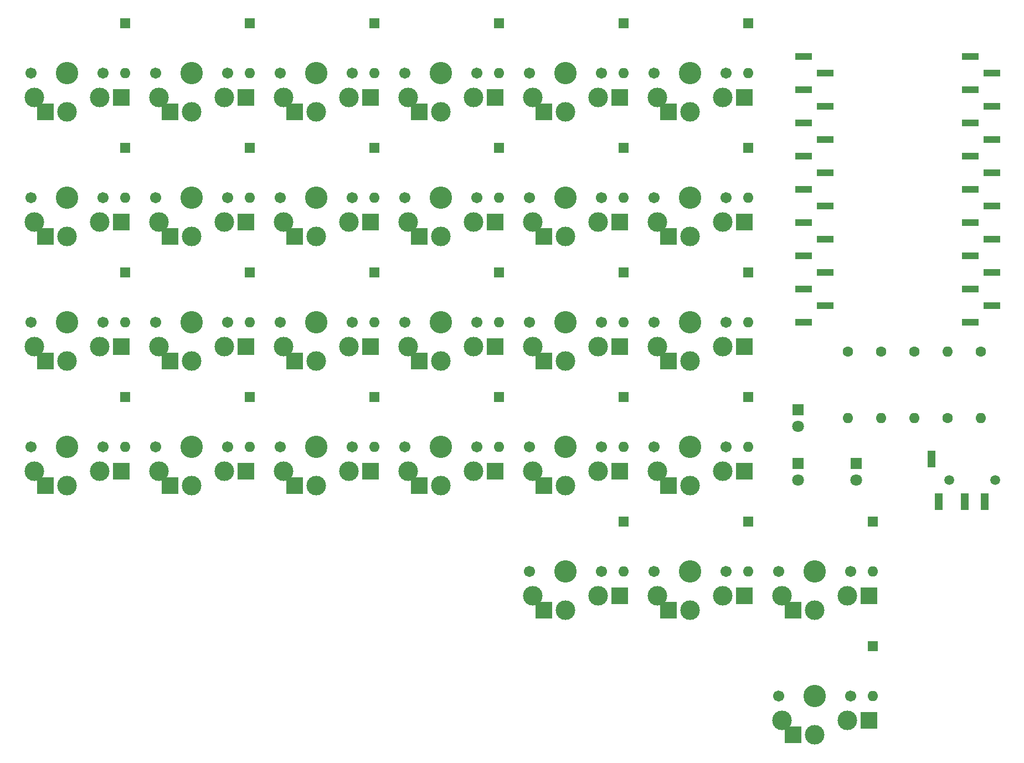
<source format=gbr>
%TF.GenerationSoftware,KiCad,Pcbnew,7.0.9*%
%TF.CreationDate,2024-11-16T13:28:32+01:00*%
%TF.ProjectId,ErgoBoard,4572676f-426f-4617-9264-2e6b69636164,rev?*%
%TF.SameCoordinates,Original*%
%TF.FileFunction,Soldermask,Top*%
%TF.FilePolarity,Negative*%
%FSLAX46Y46*%
G04 Gerber Fmt 4.6, Leading zero omitted, Abs format (unit mm)*
G04 Created by KiCad (PCBNEW 7.0.9) date 2024-11-16 13:28:32*
%MOMM*%
%LPD*%
G01*
G04 APERTURE LIST*
%ADD10C,1.600000*%
%ADD11O,1.600000X1.600000*%
%ADD12R,1.800000X1.800000*%
%ADD13C,1.800000*%
%ADD14C,1.500000*%
%ADD15R,1.200000X2.500000*%
%ADD16R,2.510000X1.000000*%
%ADD17R,1.600000X1.600000*%
%ADD18C,1.701800*%
%ADD19C,3.000000*%
%ADD20C,3.429000*%
%ADD21R,2.600000X2.600000*%
G04 APERTURE END LIST*
D10*
%TO.C,R4*%
X248920000Y-106045000D03*
D11*
X248920000Y-95885000D03*
%TD*%
%TO.C,R1*%
X233680000Y-106045000D03*
D10*
X233680000Y-95885000D03*
%TD*%
%TO.C,R5*%
X254000000Y-95885000D03*
D11*
X254000000Y-106045000D03*
%TD*%
D10*
%TO.C,R3*%
X243840000Y-95885000D03*
D11*
X243840000Y-106045000D03*
%TD*%
D10*
%TO.C,R2*%
X238760000Y-95885000D03*
D11*
X238760000Y-106045000D03*
%TD*%
D12*
%TO.C,LED3*%
X234950000Y-113030000D03*
D13*
X234950000Y-115570000D03*
%TD*%
D12*
%TO.C,LED2*%
X226060000Y-113030000D03*
D13*
X226060000Y-115570000D03*
%TD*%
D12*
%TO.C,LED1*%
X226060000Y-104775000D03*
D13*
X226060000Y-107315000D03*
%TD*%
D14*
%TO.C,JackR1*%
X249175000Y-115570000D03*
X256175000Y-115570000D03*
%TD*%
%TO.C,JackL1*%
X249175000Y-115570000D03*
X256175000Y-115570000D03*
D15*
X251575000Y-118820000D03*
X254575000Y-118820000D03*
X246475000Y-112320000D03*
X247575000Y-118820000D03*
%TD*%
D16*
%TO.C,GG12*%
X226915000Y-50800000D03*
X252375000Y-50800000D03*
X230225000Y-53340000D03*
X255685000Y-53340000D03*
X226915000Y-55880000D03*
X252375000Y-55880000D03*
X230225000Y-58420000D03*
X255685000Y-58420000D03*
X226915000Y-60960000D03*
X252375000Y-60960000D03*
X230225000Y-63500000D03*
X255685000Y-63500000D03*
X226915000Y-66040000D03*
X252375000Y-66040000D03*
X230225000Y-68580000D03*
X255685000Y-68580000D03*
X226915000Y-71120000D03*
X252375000Y-71120000D03*
X230225000Y-73660000D03*
X255685000Y-73660000D03*
X226915000Y-76200000D03*
X252375000Y-76200000D03*
X230225000Y-78740000D03*
X255685000Y-78740000D03*
X226915000Y-81280000D03*
X252375000Y-81280000D03*
X230225000Y-83820000D03*
X255685000Y-83820000D03*
X226915000Y-86360000D03*
X252375000Y-86360000D03*
X230225000Y-88900000D03*
X255685000Y-88900000D03*
X226915000Y-91440000D03*
X252375000Y-91440000D03*
%TD*%
D17*
%TO.C,D18*%
X218440000Y-83820000D03*
D11*
X218440000Y-91440000D03*
%TD*%
D17*
%TO.C,D16*%
X180340000Y-83820000D03*
D11*
X180340000Y-91440000D03*
%TD*%
D18*
%TO.C,SW19*%
X108800000Y-110490000D03*
D19*
X109300000Y-114240000D03*
D20*
X114300000Y-110490000D03*
D19*
X114300000Y-116440000D03*
X119300000Y-114240000D03*
D18*
X119800000Y-110490000D03*
D21*
X111025000Y-116440000D03*
X122575000Y-114240000D03*
%TD*%
D17*
%TO.C,D8*%
X142240000Y-64770000D03*
D11*
X142240000Y-72390000D03*
%TD*%
D18*
%TO.C,SW16*%
X165950000Y-91440000D03*
D19*
X166450000Y-95190000D03*
D20*
X171450000Y-91440000D03*
D19*
X171450000Y-97390000D03*
X176450000Y-95190000D03*
D18*
X176950000Y-91440000D03*
D21*
X168175000Y-97390000D03*
X179725000Y-95190000D03*
%TD*%
D17*
%TO.C,D11*%
X199390000Y-64770000D03*
D11*
X199390000Y-72390000D03*
%TD*%
D17*
%TO.C,D23*%
X199390000Y-102870000D03*
D11*
X199390000Y-110490000D03*
%TD*%
D17*
%TO.C,D15*%
X161290000Y-83820000D03*
D11*
X161290000Y-91440000D03*
%TD*%
D17*
%TO.C,D26*%
X218440000Y-121920000D03*
D11*
X218440000Y-129540000D03*
%TD*%
D17*
%TO.C,D21*%
X161290000Y-102870000D03*
D11*
X161290000Y-110490000D03*
%TD*%
D18*
%TO.C,SW2*%
X127850000Y-53340000D03*
D19*
X128350000Y-57090000D03*
D20*
X133350000Y-53340000D03*
D19*
X133350000Y-59290000D03*
X138350000Y-57090000D03*
D18*
X138850000Y-53340000D03*
D21*
X130075000Y-59290000D03*
X141625000Y-57090000D03*
%TD*%
D18*
%TO.C,SW25*%
X185000000Y-129540000D03*
D19*
X185500000Y-133290000D03*
D20*
X190500000Y-129540000D03*
D19*
X190500000Y-135490000D03*
X195500000Y-133290000D03*
D18*
X196000000Y-129540000D03*
D21*
X187225000Y-135490000D03*
X198775000Y-133290000D03*
%TD*%
D18*
%TO.C,SW5*%
X185000000Y-53340000D03*
D19*
X185500000Y-57090000D03*
D20*
X190500000Y-53340000D03*
D19*
X190500000Y-59290000D03*
X195500000Y-57090000D03*
D18*
X196000000Y-53340000D03*
D21*
X187225000Y-59290000D03*
X198775000Y-57090000D03*
%TD*%
D17*
%TO.C,D5*%
X199390000Y-45720000D03*
D11*
X199390000Y-53340000D03*
%TD*%
D18*
%TO.C,SW10*%
X165950000Y-72390000D03*
D19*
X166450000Y-76140000D03*
D20*
X171450000Y-72390000D03*
D19*
X171450000Y-78340000D03*
X176450000Y-76140000D03*
D18*
X176950000Y-72390000D03*
D21*
X168175000Y-78340000D03*
X179725000Y-76140000D03*
%TD*%
D18*
%TO.C,SW12*%
X204050000Y-72390000D03*
D19*
X204550000Y-76140000D03*
D20*
X209550000Y-72390000D03*
D19*
X209550000Y-78340000D03*
X214550000Y-76140000D03*
D18*
X215050000Y-72390000D03*
D21*
X206275000Y-78340000D03*
X217825000Y-76140000D03*
%TD*%
D17*
%TO.C,D28*%
X237490000Y-140970000D03*
D11*
X237490000Y-148590000D03*
%TD*%
D18*
%TO.C,SW3*%
X146900000Y-53340000D03*
D19*
X147400000Y-57090000D03*
D20*
X152400000Y-53340000D03*
D19*
X152400000Y-59290000D03*
X157400000Y-57090000D03*
D18*
X157900000Y-53340000D03*
D21*
X149125000Y-59290000D03*
X160675000Y-57090000D03*
%TD*%
D18*
%TO.C,SW24*%
X204050000Y-110490000D03*
D19*
X204550000Y-114240000D03*
D20*
X209550000Y-110490000D03*
D19*
X209550000Y-116440000D03*
X214550000Y-114240000D03*
D18*
X215050000Y-110490000D03*
D21*
X206275000Y-116440000D03*
X217825000Y-114240000D03*
%TD*%
D17*
%TO.C,D27*%
X237490000Y-121920000D03*
D11*
X237490000Y-129540000D03*
%TD*%
D18*
%TO.C,SW4*%
X165950000Y-53340000D03*
D19*
X166450000Y-57090000D03*
D20*
X171450000Y-53340000D03*
D19*
X171450000Y-59290000D03*
X176450000Y-57090000D03*
D18*
X176950000Y-53340000D03*
D21*
X168175000Y-59290000D03*
X179725000Y-57090000D03*
%TD*%
D18*
%TO.C,SW7*%
X108800000Y-72390000D03*
D19*
X109300000Y-76140000D03*
D20*
X114300000Y-72390000D03*
D19*
X114300000Y-78340000D03*
X119300000Y-76140000D03*
D18*
X119800000Y-72390000D03*
D21*
X111025000Y-78340000D03*
X122575000Y-76140000D03*
%TD*%
D18*
%TO.C,SW23*%
X185000000Y-110490000D03*
D19*
X185500000Y-114240000D03*
D20*
X190500000Y-110490000D03*
D19*
X190500000Y-116440000D03*
X195500000Y-114240000D03*
D18*
X196000000Y-110490000D03*
D21*
X187225000Y-116440000D03*
X198775000Y-114240000D03*
%TD*%
D17*
%TO.C,D4*%
X180340000Y-45720000D03*
D11*
X180340000Y-53340000D03*
%TD*%
D17*
%TO.C,D22*%
X180340000Y-102870000D03*
D11*
X180340000Y-110490000D03*
%TD*%
D18*
%TO.C,SW18*%
X204050000Y-91440000D03*
D19*
X204550000Y-95190000D03*
D20*
X209550000Y-91440000D03*
D19*
X209550000Y-97390000D03*
X214550000Y-95190000D03*
D18*
X215050000Y-91440000D03*
D21*
X206275000Y-97390000D03*
X217825000Y-95190000D03*
%TD*%
D17*
%TO.C,D25*%
X199390000Y-121920000D03*
D11*
X199390000Y-129540000D03*
%TD*%
D17*
%TO.C,D7*%
X123190000Y-64770000D03*
D11*
X123190000Y-72390000D03*
%TD*%
D18*
%TO.C,SW9*%
X146900000Y-72390000D03*
D19*
X147400000Y-76140000D03*
D20*
X152400000Y-72390000D03*
D19*
X152400000Y-78340000D03*
X157400000Y-76140000D03*
D18*
X157900000Y-72390000D03*
D21*
X149125000Y-78340000D03*
X160675000Y-76140000D03*
%TD*%
D18*
%TO.C,SW21*%
X146900000Y-110490000D03*
D19*
X147400000Y-114240000D03*
D20*
X152400000Y-110490000D03*
D19*
X152400000Y-116440000D03*
X157400000Y-114240000D03*
D18*
X157900000Y-110490000D03*
D21*
X149125000Y-116440000D03*
X160675000Y-114240000D03*
%TD*%
D18*
%TO.C,SW11*%
X185000000Y-72390000D03*
D19*
X185500000Y-76140000D03*
D20*
X190500000Y-72390000D03*
D19*
X190500000Y-78340000D03*
X195500000Y-76140000D03*
D18*
X196000000Y-72390000D03*
D21*
X187225000Y-78340000D03*
X198775000Y-76140000D03*
%TD*%
D17*
%TO.C,D13*%
X123190000Y-83820000D03*
D11*
X123190000Y-91440000D03*
%TD*%
D18*
%TO.C,SW6*%
X204050000Y-53340000D03*
D19*
X204550000Y-57090000D03*
D20*
X209550000Y-53340000D03*
D19*
X209550000Y-59290000D03*
X214550000Y-57090000D03*
D18*
X215050000Y-53340000D03*
D21*
X206275000Y-59290000D03*
X217825000Y-57090000D03*
%TD*%
D17*
%TO.C,D17*%
X199390000Y-83820000D03*
D11*
X199390000Y-91440000D03*
%TD*%
D17*
%TO.C,D20*%
X142240000Y-102870000D03*
D11*
X142240000Y-110490000D03*
%TD*%
D17*
%TO.C,D1*%
X123190000Y-45720000D03*
D11*
X123190000Y-53340000D03*
%TD*%
D18*
%TO.C,SW15*%
X146900000Y-91440000D03*
D19*
X147400000Y-95190000D03*
D20*
X152400000Y-91440000D03*
D19*
X152400000Y-97390000D03*
X157400000Y-95190000D03*
D18*
X157900000Y-91440000D03*
D21*
X149125000Y-97390000D03*
X160675000Y-95190000D03*
%TD*%
D17*
%TO.C,D2*%
X142240000Y-45720000D03*
D11*
X142240000Y-53340000D03*
%TD*%
D18*
%TO.C,SW1*%
X108800000Y-53340000D03*
D19*
X109300000Y-57090000D03*
D20*
X114300000Y-53340000D03*
D19*
X114300000Y-59290000D03*
X119300000Y-57090000D03*
D18*
X119800000Y-53340000D03*
D21*
X111025000Y-59290000D03*
X122575000Y-57090000D03*
%TD*%
D18*
%TO.C,SW27*%
X223100000Y-129540000D03*
D19*
X223600000Y-133290000D03*
D20*
X228600000Y-129540000D03*
D19*
X228600000Y-135490000D03*
X233600000Y-133290000D03*
D18*
X234100000Y-129540000D03*
D21*
X225325000Y-135490000D03*
X236875000Y-133290000D03*
%TD*%
D17*
%TO.C,D19*%
X123190000Y-102870000D03*
D11*
X123190000Y-110490000D03*
%TD*%
D17*
%TO.C,D6*%
X218440000Y-45720000D03*
D11*
X218440000Y-53340000D03*
%TD*%
D17*
%TO.C,D9*%
X161290000Y-64770000D03*
D11*
X161290000Y-72390000D03*
%TD*%
D17*
%TO.C,D14*%
X142240000Y-83820000D03*
D11*
X142240000Y-91440000D03*
%TD*%
D18*
%TO.C,SW26*%
X204050000Y-129540000D03*
D19*
X204550000Y-133290000D03*
D20*
X209550000Y-129540000D03*
D19*
X209550000Y-135490000D03*
X214550000Y-133290000D03*
D18*
X215050000Y-129540000D03*
D21*
X206275000Y-135490000D03*
X217825000Y-133290000D03*
%TD*%
D18*
%TO.C,SW28*%
X223100000Y-148590000D03*
D19*
X223600000Y-152340000D03*
D20*
X228600000Y-148590000D03*
D19*
X228600000Y-154540000D03*
X233600000Y-152340000D03*
D18*
X234100000Y-148590000D03*
D21*
X225325000Y-154540000D03*
X236875000Y-152340000D03*
%TD*%
D18*
%TO.C,SW17*%
X185000000Y-91440000D03*
D19*
X185500000Y-95190000D03*
D20*
X190500000Y-91440000D03*
D19*
X190500000Y-97390000D03*
X195500000Y-95190000D03*
D18*
X196000000Y-91440000D03*
D21*
X187225000Y-97390000D03*
X198775000Y-95190000D03*
%TD*%
D17*
%TO.C,D24*%
X218440000Y-102870000D03*
D11*
X218440000Y-110490000D03*
%TD*%
D17*
%TO.C,D12*%
X218440000Y-64770000D03*
D11*
X218440000Y-72390000D03*
%TD*%
D17*
%TO.C,D3*%
X161290000Y-45720000D03*
D11*
X161290000Y-53340000D03*
%TD*%
D17*
%TO.C,D10*%
X180340000Y-64770000D03*
D11*
X180340000Y-72390000D03*
%TD*%
D18*
%TO.C,SW13*%
X108800000Y-91440000D03*
D19*
X109300000Y-95190000D03*
D20*
X114300000Y-91440000D03*
D19*
X114300000Y-97390000D03*
X119300000Y-95190000D03*
D18*
X119800000Y-91440000D03*
D21*
X111025000Y-97390000D03*
X122575000Y-95190000D03*
%TD*%
D18*
%TO.C,SW14*%
X127850000Y-91440000D03*
D19*
X128350000Y-95190000D03*
D20*
X133350000Y-91440000D03*
D19*
X133350000Y-97390000D03*
X138350000Y-95190000D03*
D18*
X138850000Y-91440000D03*
D21*
X130075000Y-97390000D03*
X141625000Y-95190000D03*
%TD*%
D18*
%TO.C,SW8*%
X127850000Y-72390000D03*
D19*
X128350000Y-76140000D03*
D20*
X133350000Y-72390000D03*
D19*
X133350000Y-78340000D03*
X138350000Y-76140000D03*
D18*
X138850000Y-72390000D03*
D21*
X130075000Y-78340000D03*
X141625000Y-76140000D03*
%TD*%
D18*
%TO.C,SW20*%
X127850000Y-110490000D03*
D19*
X128350000Y-114240000D03*
D20*
X133350000Y-110490000D03*
D19*
X133350000Y-116440000D03*
X138350000Y-114240000D03*
D18*
X138850000Y-110490000D03*
D21*
X130075000Y-116440000D03*
X141625000Y-114240000D03*
%TD*%
D18*
%TO.C,SW22*%
X165950000Y-110490000D03*
D19*
X166450000Y-114240000D03*
D20*
X171450000Y-110490000D03*
D19*
X171450000Y-116440000D03*
X176450000Y-114240000D03*
D18*
X176950000Y-110490000D03*
D21*
X168175000Y-116440000D03*
X179725000Y-114240000D03*
%TD*%
M02*

</source>
